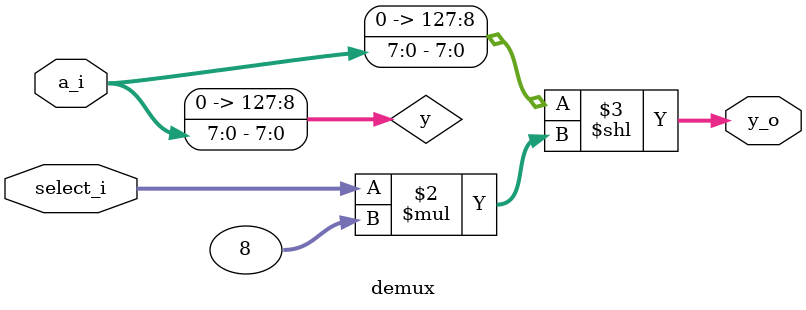
<source format=v>
`timescale 1ns / 1ps

//module mux #(parameter  WIDTH= 8,CHANNELS= 4) (
//    input         in_bus,
//    input       sel,   
//    output                   out
//    );
//genvar ig;
    
//wire     input_array ;
//assign  out = input_array;
//generate
//    for(ig=0; ig<CHANNELS; ig=ig+1) begin: array_assignments
//        assign  input_array = in_bus;
//    end
//endgenerate
////define the clogb2 function
//function integer clogb2;
//  input depth;
//  integer i,result;
//  begin
//    for (i = 0; 2 ** i < depth; i = i + 1)
//      result = i + 1;
//    clogb2 = result;
//     end
//endfunction
//endmodule

//module demux
//#(
//  parameter
//   WIDTH = 8, // Min 1
//   WIDTH_sel = 4, // Min 1 
//   NUM_INPUTS  = 16 // Min 2
//)
//(
////  input wire [ NUM_INPUTS - 1 : 0 ] [ WIDTH - 1 : 0 ] a_i, // SystemVerilog 
//  input wire [ NUM_INPUTS * WIDTH - 1 : 0 ] a_i,
//  input wire [ WIDTH_sel  - 1 : 0 ] select_i,
//  output wire [ WIDTH -1 : 0 ] y_o
//);
//assign y_o = a_i >> ( select_i * WIDTH );
//endmodule



module demux
#(
  parameter
   WIDTH = 8,
   WIDTH_sel = 4, 
   NUM_OUTPUTS  = 16 
)
(
  input wire [ WIDTH - 1 : 0 ] a_i,
  input wire [ WIDTH_sel - 1 : 0 ] select_i,
  output wire [NUM_OUTPUTS * WIDTH - 1 : 0] y_o
);
reg [NUM_OUTPUTS * WIDTH - 1 : 0] y;
always@* begin y = { {(NUM_OUTPUTS-1)*WIDTH{1'b0}}, a_i};end
assign y_o = y << ( select_i * WIDTH);
endmodule
</source>
